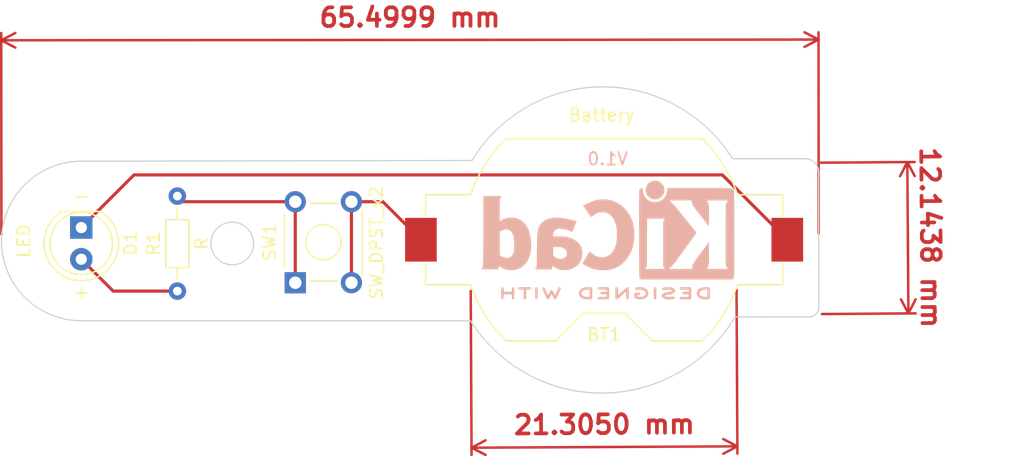
<source format=kicad_pcb>
(kicad_pcb (version 20221018) (generator pcbnew)
  (layers (0 "F.Cu" signal) (31 "B.Cu" signal) (34 "B.Paste" user) (35 "F.Paste" user) (36 "B.SilkS" user "B.Silkscreen") (37 "F.SilkS" user "F.Silkscreen") (38 "B.Mask" user) (39 "F.Mask" user) (44 "Edge.Cuts" user))
  (net 0 "")
  (net 1 "/Bettery_pos")
  (net 2 "/LED_cathode")
  (net 3 "/LED_anode")
  (net 4 "Net-(SW1A-A)")
  (footprint "Battery:BatteryHolder_Keystone_1058_1x2032" (layer "F.Cu") (at 197.5 112.7)
    (fp_text reference "BT1" (at 0 7.62) (layer "F.SilkS"))
    (fp_text value "Battery" (at -0.2 -10) (layer "F.SilkS"))
    (pad "1" smd rect (at -14.68 0) (size 2.54 3.51) (layers "F.Cu" "F.Paste" "F.Mask") (net 1 "/Bettery_pos"))
    (pad "2" smd rect (at 14.68 0) (size 2.54 3.51) (layers "F.Cu" "F.Paste" "F.Mask") (net 2 "/LED_cathode"))
  )
  (footprint "LED_THT:LED_D5.0mm" (layer "F.Cu") (at 155.6 111.725 -90)
    (fp_text reference "D1" (at 1.27 -3.96 90) (layer "F.SilkS"))
    (fp_text value "LED" (at 1.075 4.6 90) (layer "F.SilkS"))
    (pad "1" thru_hole rect (at 0 0 270) (size 1.8 1.8) (drill 0.9) (layers "*.Cu" "*.Mask") (net 2 "/LED_cathode"))
    (pad "2" thru_hole circle (at 2.54 0 270) (size 1.8 1.8) (drill 0.9) (layers "*.Cu" "*.Mask") (net 3 "/LED_anode"))
  )
  (footprint "Resistor_THT:R_Axial_DIN0204_L3.6mm_D1.6mm_P7.62mm_Horizontal" (layer "F.Cu") (at 163.3 116.82 90)
    (fp_text reference "R1" (at 3.81 -1.92 90) (layer "F.SilkS"))
    (fp_text value "R" (at 3.81 1.92 90) (layer "F.SilkS"))
    (pad "1" thru_hole circle (at 0 0 90) (size 1.4 1.4) (drill 0.7) (layers "*.Cu" "*.Mask") (net 3 "/LED_anode"))
    (pad "2" thru_hole oval (at 7.62 0 90) (size 1.4 1.4) (drill 0.7) (layers "*.Cu" "*.Mask") (net 4 "Net-(SW1A-A)"))
  )
  (footprint "Button_Switch_THT:SW_TH_Tactile_Omron_B3F-10xx" (layer "F.Cu") (at 172.75 116.15 90)
    (fp_text reference "SW1" (at 3.25 -2.05 90) (layer "F.SilkS"))
    (fp_text value "SW_DPST_x2" (at 3.2 6.5 90) (layer "F.SilkS"))
    (pad "1" thru_hole rect (at 0 0 90) (size 1.7 1.7) (drill 1) (layers "*.Cu" "*.Mask") (net 4 "Net-(SW1A-A)"))
    (pad "1" thru_hole circle (at 6.5 0 90) (size 1.7 1.7) (drill 1) (layers "*.Cu" "*.Mask") (net 4 "Net-(SW1A-A)"))
    (pad "2" thru_hole circle (at 0 4.5 90) (size 1.7 1.7) (drill 1) (layers "*.Cu" "*.Mask") (net 1 "/Bettery_pos"))
    (pad "2" thru_hole circle (at 6.5 4.5 90) (size 1.7 1.7) (drill 1) (layers "*.Cu" "*.Mask") (net 1 "/Bettery_pos"))
  )
  (footprint "Symbol:KiCad-Logo2_8mm_SilkScreen" (layer "B.Cu") (at 197.8 111.9 180)
    (fp_text reference "REF**" hide)
    (fp_text value "KiCad-Logo2_8mm_SilkScreen" hide)
  )
  (gr_circle (center 167.7 113) (end 166 112.8) (stroke (width 0.1)) (fill none) (layer "Edge.Cuts"))
  (gr_arc (start 155.517955 119.199474) (mid 149.200132 112.758977) (end 155.6 106.4) (stroke (width 0.1)) (layer "Edge.Cuts"))
  (gr_arc (start 186.911704 106.343457) (mid 197.315774 100.436114) (end 207.8 106.2) (stroke (width 0.1)) (layer "Edge.Cuts"))
  (gr_line (start 213.6 106.2) (end 207.8 106.2) (stroke (width 0.1)) (layer "Edge.Cuts"))
  (gr_line (start 155.517955 119.199474) (end 186.8 119.2) (stroke (width 0.1)) (layer "Edge.Cuts"))
  (gr_line (start 213.9 118.9) (end 207.987153 118.892436) (stroke (width 0.1)) (layer "Edge.Cuts"))
  (gr_line (start 214.7 107.3) (end 214.7 118.1) (stroke (width 0.1)) (layer "Edge.Cuts"))
  (gr_arc (start 214.7 118.1) (mid 214.465685 118.665685) (end 213.9 118.9) (stroke (width 0.1)) (layer "Edge.Cuts"))
  (gr_line (start 186.911704 106.343457) (end 155.6 106.4) (stroke (width 0.1)) (layer "Edge.Cuts"))
  (gr_arc (start 207.987153 118.892436) (mid 197.480015 125.000709) (end 186.800001 119.199999) (stroke (width 0.1)) (layer "Edge.Cuts"))
  (gr_arc (start 213.6 106.2) (mid 214.377817 106.522183) (end 214.7 107.3) (stroke (width 0.1)) (layer "Edge.Cuts"))
  (gr_text "V1.0" (at 199.5 106.8) (layer "B.SilkS") (effects (font (size 1 1)) (justify left bottom mirror)))
  (gr_text "-" (at 154.9 109.8) (layer "F.SilkS") (effects (font (size 1 1)) (justify left bottom)))
  (gr_text "+" (at 154.9 117.5) (layer "F.SilkS") (effects (font (size 1 1)) (justify left bottom)))
  (dimension (type aligned) (layer "F.Cu") (pts (xy 214.7 112.7) (xy 149.200132 112.758977)) (height 16.059859) (gr_text "65,4999 mm" (at 181.933984 94.869638 0.05159078444) (layer "F.Cu") (effects (font (size 1.5 1.5) (thickness 0.3)))) (format (prefix "") (suffix "") (units 3) (units_format 1) (precision 4)) (style (thickness 0.2) (arrow_length 1.27) (text_position_mode 0) (extension_height 0.58642) (extension_offset 0.5) keep_text_aligned))
  (dimension (type aligned) (layer "F.Cu") (pts (xy 186.808 116.31) (xy 208.11275 116.2)) (height 13.075981) (gr_text "21,3050 mm" (at 197.518594 127.530831 0.2958250973) (layer "F.Cu") (effects (font (size 1.5 1.5) (thickness 0.3)))) (format (prefix "") (suffix "") (units 3) (units_format 1) (precision 4)) (style (thickness 0.2) (arrow_length 1.27) (text_position_mode 0) (extension_height 0.58642) (extension_offset 0.5) keep_text_aligned))
  (dimension (type aligned) (layer "F.Cu") (pts (xy 214.377817 106.522183) (xy 214.465685 118.665685)) (height -7.423209) (gr_text "12,1438 mm" (at 223.644719 112.527199 270.4145738) (layer "F.Cu") (effects (font (size 1.5 1.5) (thickness 0.3)))) (format (prefix "") (suffix "") (units 3) (units_format 1) (precision 4)) (style (thickness 0.2) (arrow_length 1.27) (text_position_mode 0) (extension_height 0.58642) (extension_offset 0.5) keep_text_aligned))
  (segment (start 177.25 109.65) (end 179.77 109.65) (width 0.25) (layer "F.Cu") (net 1))
  (segment (start 179.77 109.65) (end 182.82 112.7) (width 0.25) (layer "F.Cu") (net 1))
  (segment (start 177.25 109.65) (end 177.25 116.15) (width 0.25) (layer "F.Cu") (net 1))
  (segment (start 206.98 107.5) (end 212.18 112.7) (width 0.25) (layer "F.Cu") (net 2))
  (segment (start 159.825 107.5) (end 206.98 107.5) (width 0.25) (layer "F.Cu") (net 2))
  (segment (start 155.6 111.725) (end 159.825 107.5) (width 0.25) (layer "F.Cu") (net 2))
  (segment (start 163.3 116.82) (end 158.155 116.82) (width 0.25) (layer "F.Cu") (net 3))
  (segment (start 158.155 116.82) (end 155.6 114.265) (width 0.25) (layer "F.Cu") (net 3))
  (segment (start 172.75 109.65) (end 163.75 109.65) (width 0.25) (layer "F.Cu") (net 4))
  (segment (start 172.75 109.65) (end 172.75 116.15) (width 0.25) (layer "F.Cu") (net 4))
  (segment (start 163.75 109.65) (end 163.3 109.2) (width 0.25) (layer "F.Cu") (net 4))
)
</source>
